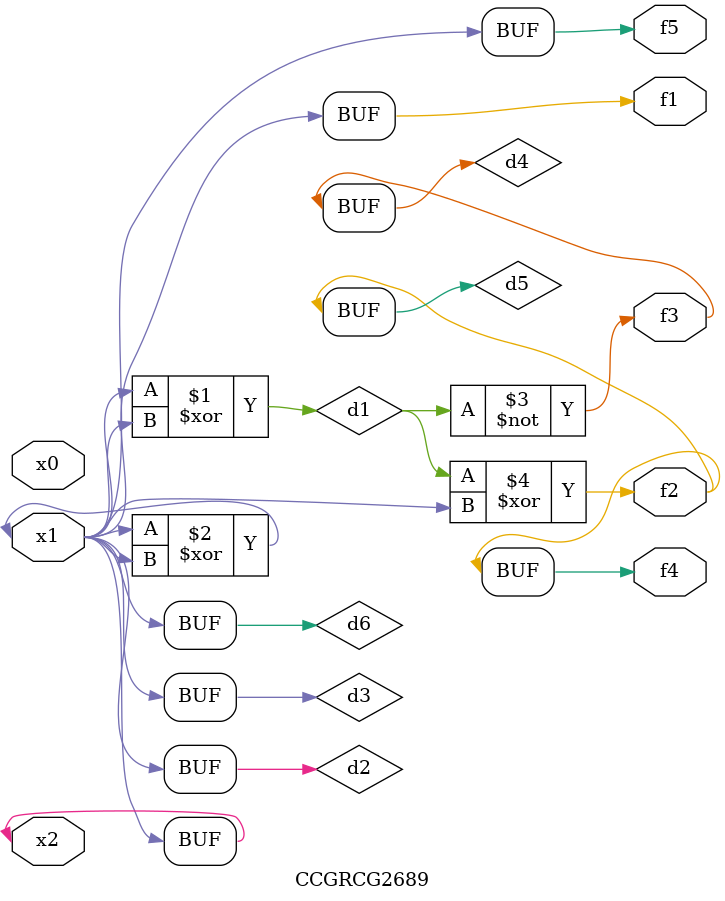
<source format=v>
module CCGRCG2689(
	input x0, x1, x2,
	output f1, f2, f3, f4, f5
);

	wire d1, d2, d3, d4, d5, d6;

	xor (d1, x1, x2);
	buf (d2, x1, x2);
	xor (d3, x1, x2);
	nor (d4, d1);
	xor (d5, d1, d2);
	buf (d6, d2, d3);
	assign f1 = d6;
	assign f2 = d5;
	assign f3 = d4;
	assign f4 = d5;
	assign f5 = d6;
endmodule

</source>
